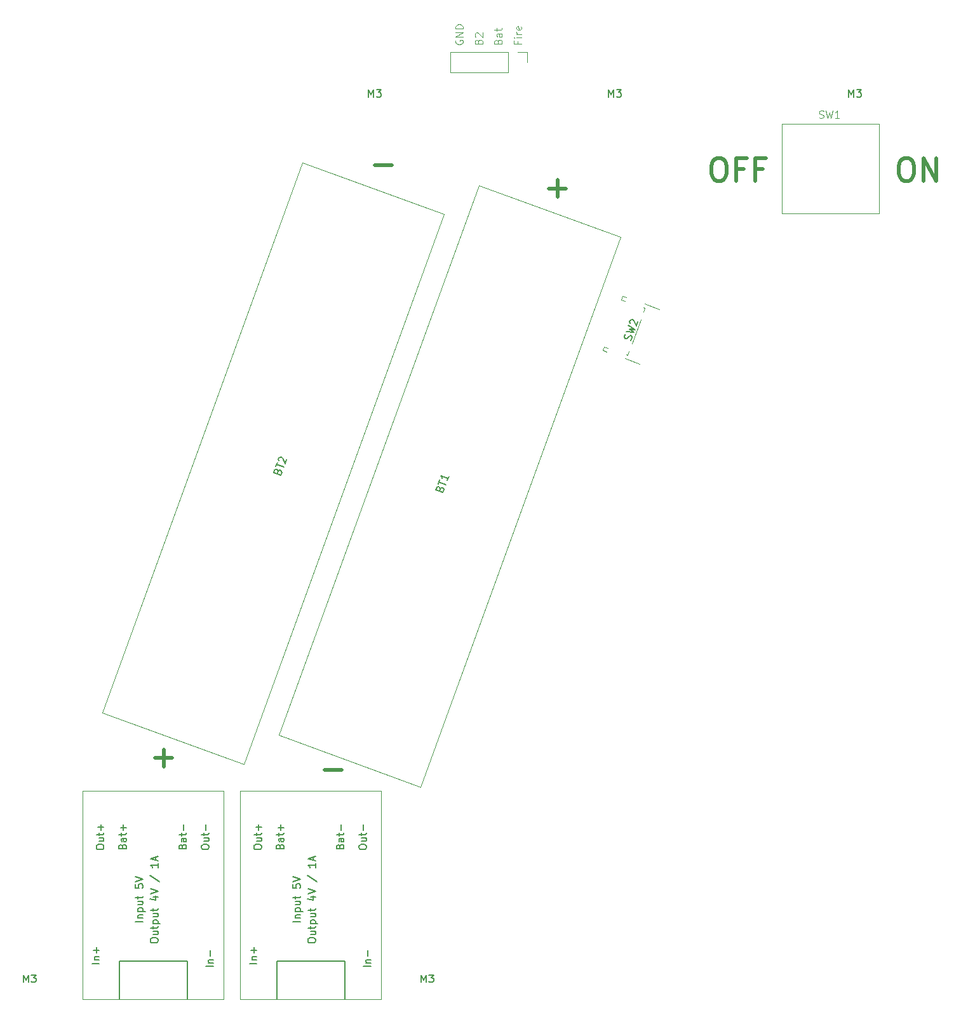
<source format=gbr>
%TF.GenerationSoftware,KiCad,Pcbnew,8.0.3*%
%TF.CreationDate,2025-04-21T22:29:52+02:00*%
%TF.ProjectId,Grip,47726970-2e6b-4696-9361-645f70636258,rev?*%
%TF.SameCoordinates,Original*%
%TF.FileFunction,Legend,Top*%
%TF.FilePolarity,Positive*%
%FSLAX46Y46*%
G04 Gerber Fmt 4.6, Leading zero omitted, Abs format (unit mm)*
G04 Created by KiCad (PCBNEW 8.0.3) date 2025-04-21 22:29:52*
%MOMM*%
%LPD*%
G01*
G04 APERTURE LIST*
%ADD10C,0.100000*%
%ADD11C,0.500000*%
%ADD12C,0.150000*%
%ADD13C,0.120000*%
G04 APERTURE END LIST*
D10*
X120448609Y-34262782D02*
X120496228Y-34119925D01*
X120496228Y-34119925D02*
X120543847Y-34072306D01*
X120543847Y-34072306D02*
X120639085Y-34024687D01*
X120639085Y-34024687D02*
X120781942Y-34024687D01*
X120781942Y-34024687D02*
X120877180Y-34072306D01*
X120877180Y-34072306D02*
X120924800Y-34119925D01*
X120924800Y-34119925D02*
X120972419Y-34215163D01*
X120972419Y-34215163D02*
X120972419Y-34596115D01*
X120972419Y-34596115D02*
X119972419Y-34596115D01*
X119972419Y-34596115D02*
X119972419Y-34262782D01*
X119972419Y-34262782D02*
X120020038Y-34167544D01*
X120020038Y-34167544D02*
X120067657Y-34119925D01*
X120067657Y-34119925D02*
X120162895Y-34072306D01*
X120162895Y-34072306D02*
X120258133Y-34072306D01*
X120258133Y-34072306D02*
X120353371Y-34119925D01*
X120353371Y-34119925D02*
X120400990Y-34167544D01*
X120400990Y-34167544D02*
X120448609Y-34262782D01*
X120448609Y-34262782D02*
X120448609Y-34596115D01*
X120972419Y-33167544D02*
X120448609Y-33167544D01*
X120448609Y-33167544D02*
X120353371Y-33215163D01*
X120353371Y-33215163D02*
X120305752Y-33310401D01*
X120305752Y-33310401D02*
X120305752Y-33500877D01*
X120305752Y-33500877D02*
X120353371Y-33596115D01*
X120924800Y-33167544D02*
X120972419Y-33262782D01*
X120972419Y-33262782D02*
X120972419Y-33500877D01*
X120972419Y-33500877D02*
X120924800Y-33596115D01*
X120924800Y-33596115D02*
X120829561Y-33643734D01*
X120829561Y-33643734D02*
X120734323Y-33643734D01*
X120734323Y-33643734D02*
X120639085Y-33596115D01*
X120639085Y-33596115D02*
X120591466Y-33500877D01*
X120591466Y-33500877D02*
X120591466Y-33262782D01*
X120591466Y-33262782D02*
X120543847Y-33167544D01*
X120305752Y-32834210D02*
X120305752Y-32453258D01*
X119972419Y-32691353D02*
X120829561Y-32691353D01*
X120829561Y-32691353D02*
X120924800Y-32643734D01*
X120924800Y-32643734D02*
X120972419Y-32548496D01*
X120972419Y-32548496D02*
X120972419Y-32453258D01*
X117848609Y-34262782D02*
X117896228Y-34119925D01*
X117896228Y-34119925D02*
X117943847Y-34072306D01*
X117943847Y-34072306D02*
X118039085Y-34024687D01*
X118039085Y-34024687D02*
X118181942Y-34024687D01*
X118181942Y-34024687D02*
X118277180Y-34072306D01*
X118277180Y-34072306D02*
X118324800Y-34119925D01*
X118324800Y-34119925D02*
X118372419Y-34215163D01*
X118372419Y-34215163D02*
X118372419Y-34596115D01*
X118372419Y-34596115D02*
X117372419Y-34596115D01*
X117372419Y-34596115D02*
X117372419Y-34262782D01*
X117372419Y-34262782D02*
X117420038Y-34167544D01*
X117420038Y-34167544D02*
X117467657Y-34119925D01*
X117467657Y-34119925D02*
X117562895Y-34072306D01*
X117562895Y-34072306D02*
X117658133Y-34072306D01*
X117658133Y-34072306D02*
X117753371Y-34119925D01*
X117753371Y-34119925D02*
X117800990Y-34167544D01*
X117800990Y-34167544D02*
X117848609Y-34262782D01*
X117848609Y-34262782D02*
X117848609Y-34596115D01*
X117467657Y-33643734D02*
X117420038Y-33596115D01*
X117420038Y-33596115D02*
X117372419Y-33500877D01*
X117372419Y-33500877D02*
X117372419Y-33262782D01*
X117372419Y-33262782D02*
X117420038Y-33167544D01*
X117420038Y-33167544D02*
X117467657Y-33119925D01*
X117467657Y-33119925D02*
X117562895Y-33072306D01*
X117562895Y-33072306D02*
X117658133Y-33072306D01*
X117658133Y-33072306D02*
X117800990Y-33119925D01*
X117800990Y-33119925D02*
X118372419Y-33691353D01*
X118372419Y-33691353D02*
X118372419Y-33072306D01*
X123048609Y-34262782D02*
X123048609Y-34596115D01*
X123572419Y-34596115D02*
X122572419Y-34596115D01*
X122572419Y-34596115D02*
X122572419Y-34119925D01*
X123572419Y-33738972D02*
X122905752Y-33738972D01*
X122572419Y-33738972D02*
X122620038Y-33786591D01*
X122620038Y-33786591D02*
X122667657Y-33738972D01*
X122667657Y-33738972D02*
X122620038Y-33691353D01*
X122620038Y-33691353D02*
X122572419Y-33738972D01*
X122572419Y-33738972D02*
X122667657Y-33738972D01*
X123572419Y-33262782D02*
X122905752Y-33262782D01*
X123096228Y-33262782D02*
X123000990Y-33215163D01*
X123000990Y-33215163D02*
X122953371Y-33167544D01*
X122953371Y-33167544D02*
X122905752Y-33072306D01*
X122905752Y-33072306D02*
X122905752Y-32977068D01*
X123524800Y-32262782D02*
X123572419Y-32358020D01*
X123572419Y-32358020D02*
X123572419Y-32548496D01*
X123572419Y-32548496D02*
X123524800Y-32643734D01*
X123524800Y-32643734D02*
X123429561Y-32691353D01*
X123429561Y-32691353D02*
X123048609Y-32691353D01*
X123048609Y-32691353D02*
X122953371Y-32643734D01*
X122953371Y-32643734D02*
X122905752Y-32548496D01*
X122905752Y-32548496D02*
X122905752Y-32358020D01*
X122905752Y-32358020D02*
X122953371Y-32262782D01*
X122953371Y-32262782D02*
X123048609Y-32215163D01*
X123048609Y-32215163D02*
X123143847Y-32215163D01*
X123143847Y-32215163D02*
X123239085Y-32691353D01*
X114820038Y-34072306D02*
X114772419Y-34167544D01*
X114772419Y-34167544D02*
X114772419Y-34310401D01*
X114772419Y-34310401D02*
X114820038Y-34453258D01*
X114820038Y-34453258D02*
X114915276Y-34548496D01*
X114915276Y-34548496D02*
X115010514Y-34596115D01*
X115010514Y-34596115D02*
X115200990Y-34643734D01*
X115200990Y-34643734D02*
X115343847Y-34643734D01*
X115343847Y-34643734D02*
X115534323Y-34596115D01*
X115534323Y-34596115D02*
X115629561Y-34548496D01*
X115629561Y-34548496D02*
X115724800Y-34453258D01*
X115724800Y-34453258D02*
X115772419Y-34310401D01*
X115772419Y-34310401D02*
X115772419Y-34215163D01*
X115772419Y-34215163D02*
X115724800Y-34072306D01*
X115724800Y-34072306D02*
X115677180Y-34024687D01*
X115677180Y-34024687D02*
X115343847Y-34024687D01*
X115343847Y-34024687D02*
X115343847Y-34215163D01*
X115772419Y-33596115D02*
X114772419Y-33596115D01*
X114772419Y-33596115D02*
X115772419Y-33024687D01*
X115772419Y-33024687D02*
X114772419Y-33024687D01*
X115772419Y-32548496D02*
X114772419Y-32548496D01*
X114772419Y-32548496D02*
X114772419Y-32310401D01*
X114772419Y-32310401D02*
X114820038Y-32167544D01*
X114820038Y-32167544D02*
X114915276Y-32072306D01*
X114915276Y-32072306D02*
X115010514Y-32024687D01*
X115010514Y-32024687D02*
X115200990Y-31977068D01*
X115200990Y-31977068D02*
X115343847Y-31977068D01*
X115343847Y-31977068D02*
X115534323Y-32024687D01*
X115534323Y-32024687D02*
X115629561Y-32072306D01*
X115629561Y-32072306D02*
X115724800Y-32167544D01*
X115724800Y-32167544D02*
X115772419Y-32310401D01*
X115772419Y-32310401D02*
X115772419Y-32548496D01*
D11*
X97343232Y-131364000D02*
X99628947Y-131364000D01*
X74743232Y-129764000D02*
X77028947Y-129764000D01*
X75886089Y-130906857D02*
X75886089Y-128621142D01*
X127243232Y-53864000D02*
X129528947Y-53864000D01*
X128386089Y-55006857D02*
X128386089Y-52721142D01*
X104043232Y-50764000D02*
X106328947Y-50764000D01*
X149614661Y-49806857D02*
X150186089Y-49806857D01*
X150186089Y-49806857D02*
X150471804Y-49949714D01*
X150471804Y-49949714D02*
X150757518Y-50235428D01*
X150757518Y-50235428D02*
X150900375Y-50806857D01*
X150900375Y-50806857D02*
X150900375Y-51806857D01*
X150900375Y-51806857D02*
X150757518Y-52378285D01*
X150757518Y-52378285D02*
X150471804Y-52664000D01*
X150471804Y-52664000D02*
X150186089Y-52806857D01*
X150186089Y-52806857D02*
X149614661Y-52806857D01*
X149614661Y-52806857D02*
X149328947Y-52664000D01*
X149328947Y-52664000D02*
X149043232Y-52378285D01*
X149043232Y-52378285D02*
X148900375Y-51806857D01*
X148900375Y-51806857D02*
X148900375Y-50806857D01*
X148900375Y-50806857D02*
X149043232Y-50235428D01*
X149043232Y-50235428D02*
X149328947Y-49949714D01*
X149328947Y-49949714D02*
X149614661Y-49806857D01*
X153186089Y-51235428D02*
X152186089Y-51235428D01*
X152186089Y-52806857D02*
X152186089Y-49806857D01*
X152186089Y-49806857D02*
X153614661Y-49806857D01*
X155757518Y-51235428D02*
X154757518Y-51235428D01*
X154757518Y-52806857D02*
X154757518Y-49806857D01*
X154757518Y-49806857D02*
X156186090Y-49806857D01*
X174614661Y-49806857D02*
X175186089Y-49806857D01*
X175186089Y-49806857D02*
X175471804Y-49949714D01*
X175471804Y-49949714D02*
X175757518Y-50235428D01*
X175757518Y-50235428D02*
X175900375Y-50806857D01*
X175900375Y-50806857D02*
X175900375Y-51806857D01*
X175900375Y-51806857D02*
X175757518Y-52378285D01*
X175757518Y-52378285D02*
X175471804Y-52664000D01*
X175471804Y-52664000D02*
X175186089Y-52806857D01*
X175186089Y-52806857D02*
X174614661Y-52806857D01*
X174614661Y-52806857D02*
X174328947Y-52664000D01*
X174328947Y-52664000D02*
X174043232Y-52378285D01*
X174043232Y-52378285D02*
X173900375Y-51806857D01*
X173900375Y-51806857D02*
X173900375Y-50806857D01*
X173900375Y-50806857D02*
X174043232Y-50235428D01*
X174043232Y-50235428D02*
X174328947Y-49949714D01*
X174328947Y-49949714D02*
X174614661Y-49806857D01*
X177186089Y-52806857D02*
X177186089Y-49806857D01*
X177186089Y-49806857D02*
X178900375Y-52806857D01*
X178900375Y-52806857D02*
X178900375Y-49806857D01*
D12*
X112726747Y-93872718D02*
X112820355Y-93754763D01*
X112820355Y-93754763D02*
X112881389Y-93726303D01*
X112881389Y-93726303D02*
X112987170Y-93714129D01*
X112987170Y-93714129D02*
X113121412Y-93762989D01*
X113121412Y-93762989D02*
X113194620Y-93840309D01*
X113194620Y-93840309D02*
X113223080Y-93901343D01*
X113223080Y-93901343D02*
X113235254Y-94007125D01*
X113235254Y-94007125D02*
X113104961Y-94365103D01*
X113104961Y-94365103D02*
X112165268Y-94023083D01*
X112165268Y-94023083D02*
X112279275Y-93709852D01*
X112279275Y-93709852D02*
X112356595Y-93636644D01*
X112356595Y-93636644D02*
X112417629Y-93608183D01*
X112417629Y-93608183D02*
X112523411Y-93596009D01*
X112523411Y-93596009D02*
X112612905Y-93628583D01*
X112612905Y-93628583D02*
X112686113Y-93705903D01*
X112686113Y-93705903D02*
X112714574Y-93766937D01*
X112714574Y-93766937D02*
X112726747Y-93872718D01*
X112726747Y-93872718D02*
X112612741Y-94185949D01*
X112458428Y-93217632D02*
X112653868Y-92680665D01*
X113495841Y-93291168D02*
X112556148Y-92949148D01*
X113886721Y-92217234D02*
X113691281Y-92754201D01*
X113789001Y-92485717D02*
X112849308Y-92143697D01*
X112849308Y-92143697D02*
X112950977Y-92282052D01*
X112950977Y-92282052D02*
X113007898Y-92404120D01*
X113007898Y-92404120D02*
X113020072Y-92509901D01*
D10*
X163266667Y-44409800D02*
X163409524Y-44457419D01*
X163409524Y-44457419D02*
X163647619Y-44457419D01*
X163647619Y-44457419D02*
X163742857Y-44409800D01*
X163742857Y-44409800D02*
X163790476Y-44362180D01*
X163790476Y-44362180D02*
X163838095Y-44266942D01*
X163838095Y-44266942D02*
X163838095Y-44171704D01*
X163838095Y-44171704D02*
X163790476Y-44076466D01*
X163790476Y-44076466D02*
X163742857Y-44028847D01*
X163742857Y-44028847D02*
X163647619Y-43981228D01*
X163647619Y-43981228D02*
X163457143Y-43933609D01*
X163457143Y-43933609D02*
X163361905Y-43885990D01*
X163361905Y-43885990D02*
X163314286Y-43838371D01*
X163314286Y-43838371D02*
X163266667Y-43743133D01*
X163266667Y-43743133D02*
X163266667Y-43647895D01*
X163266667Y-43647895D02*
X163314286Y-43552657D01*
X163314286Y-43552657D02*
X163361905Y-43505038D01*
X163361905Y-43505038D02*
X163457143Y-43457419D01*
X163457143Y-43457419D02*
X163695238Y-43457419D01*
X163695238Y-43457419D02*
X163838095Y-43505038D01*
X164171429Y-43457419D02*
X164409524Y-44457419D01*
X164409524Y-44457419D02*
X164600000Y-43743133D01*
X164600000Y-43743133D02*
X164790476Y-44457419D01*
X164790476Y-44457419D02*
X165028572Y-43457419D01*
X165933333Y-44457419D02*
X165361905Y-44457419D01*
X165647619Y-44457419D02*
X165647619Y-43457419D01*
X165647619Y-43457419D02*
X165552381Y-43600276D01*
X165552381Y-43600276D02*
X165457143Y-43695514D01*
X165457143Y-43695514D02*
X165361905Y-43743133D01*
D12*
X138131729Y-74076266D02*
X138225336Y-73958311D01*
X138225336Y-73958311D02*
X138306769Y-73734575D01*
X138306769Y-73734575D02*
X138294595Y-73628793D01*
X138294595Y-73628793D02*
X138266135Y-73567759D01*
X138266135Y-73567759D02*
X138192927Y-73490439D01*
X138192927Y-73490439D02*
X138103432Y-73457866D01*
X138103432Y-73457866D02*
X137997651Y-73470039D01*
X137997651Y-73470039D02*
X137936617Y-73498500D01*
X137936617Y-73498500D02*
X137859297Y-73571708D01*
X137859297Y-73571708D02*
X137749403Y-73734410D01*
X137749403Y-73734410D02*
X137672082Y-73807618D01*
X137672082Y-73807618D02*
X137611048Y-73836079D01*
X137611048Y-73836079D02*
X137505267Y-73848253D01*
X137505267Y-73848253D02*
X137415772Y-73815679D01*
X137415772Y-73815679D02*
X137342565Y-73738359D01*
X137342565Y-73738359D02*
X137314104Y-73677325D01*
X137314104Y-73677325D02*
X137301930Y-73571544D01*
X137301930Y-73571544D02*
X137383363Y-73347807D01*
X137383363Y-73347807D02*
X137476971Y-73229852D01*
X137546230Y-72900335D02*
X138567356Y-73018618D01*
X138567356Y-73018618D02*
X137961294Y-72595329D01*
X137961294Y-72595329D02*
X138697649Y-72660640D01*
X138697649Y-72660640D02*
X137839390Y-72094884D01*
X138042891Y-71814226D02*
X138014431Y-71753192D01*
X138014431Y-71753192D02*
X138002257Y-71647411D01*
X138002257Y-71647411D02*
X138083690Y-71423675D01*
X138083690Y-71423675D02*
X138161011Y-71350467D01*
X138161011Y-71350467D02*
X138222045Y-71322006D01*
X138222045Y-71322006D02*
X138327826Y-71309832D01*
X138327826Y-71309832D02*
X138417321Y-71342406D01*
X138417321Y-71342406D02*
X138535276Y-71436013D01*
X138535276Y-71436013D02*
X138876803Y-72168420D01*
X138876803Y-72168420D02*
X139088530Y-71586706D01*
X57190476Y-159654819D02*
X57190476Y-158654819D01*
X57190476Y-158654819D02*
X57523809Y-159369104D01*
X57523809Y-159369104D02*
X57857142Y-158654819D01*
X57857142Y-158654819D02*
X57857142Y-159654819D01*
X58238095Y-158654819D02*
X58857142Y-158654819D01*
X58857142Y-158654819D02*
X58523809Y-159035771D01*
X58523809Y-159035771D02*
X58666666Y-159035771D01*
X58666666Y-159035771D02*
X58761904Y-159083390D01*
X58761904Y-159083390D02*
X58809523Y-159131009D01*
X58809523Y-159131009D02*
X58857142Y-159226247D01*
X58857142Y-159226247D02*
X58857142Y-159464342D01*
X58857142Y-159464342D02*
X58809523Y-159559580D01*
X58809523Y-159559580D02*
X58761904Y-159607200D01*
X58761904Y-159607200D02*
X58666666Y-159654819D01*
X58666666Y-159654819D02*
X58380952Y-159654819D01*
X58380952Y-159654819D02*
X58285714Y-159607200D01*
X58285714Y-159607200D02*
X58238095Y-159559580D01*
X167190476Y-41654819D02*
X167190476Y-40654819D01*
X167190476Y-40654819D02*
X167523809Y-41369104D01*
X167523809Y-41369104D02*
X167857142Y-40654819D01*
X167857142Y-40654819D02*
X167857142Y-41654819D01*
X168238095Y-40654819D02*
X168857142Y-40654819D01*
X168857142Y-40654819D02*
X168523809Y-41035771D01*
X168523809Y-41035771D02*
X168666666Y-41035771D01*
X168666666Y-41035771D02*
X168761904Y-41083390D01*
X168761904Y-41083390D02*
X168809523Y-41131009D01*
X168809523Y-41131009D02*
X168857142Y-41226247D01*
X168857142Y-41226247D02*
X168857142Y-41464342D01*
X168857142Y-41464342D02*
X168809523Y-41559580D01*
X168809523Y-41559580D02*
X168761904Y-41607200D01*
X168761904Y-41607200D02*
X168666666Y-41654819D01*
X168666666Y-41654819D02*
X168380952Y-41654819D01*
X168380952Y-41654819D02*
X168285714Y-41607200D01*
X168285714Y-41607200D02*
X168238095Y-41559580D01*
X91106132Y-91556750D02*
X91199740Y-91438795D01*
X91199740Y-91438795D02*
X91260774Y-91410335D01*
X91260774Y-91410335D02*
X91366555Y-91398161D01*
X91366555Y-91398161D02*
X91500797Y-91447021D01*
X91500797Y-91447021D02*
X91574005Y-91524341D01*
X91574005Y-91524341D02*
X91602465Y-91585375D01*
X91602465Y-91585375D02*
X91614639Y-91691157D01*
X91614639Y-91691157D02*
X91484346Y-92049135D01*
X91484346Y-92049135D02*
X90544653Y-91707115D01*
X90544653Y-91707115D02*
X90658660Y-91393884D01*
X90658660Y-91393884D02*
X90735980Y-91320676D01*
X90735980Y-91320676D02*
X90797014Y-91292215D01*
X90797014Y-91292215D02*
X90902796Y-91280041D01*
X90902796Y-91280041D02*
X90992290Y-91312615D01*
X90992290Y-91312615D02*
X91065498Y-91389935D01*
X91065498Y-91389935D02*
X91093959Y-91450969D01*
X91093959Y-91450969D02*
X91106132Y-91556750D01*
X91106132Y-91556750D02*
X90992126Y-91869981D01*
X90837813Y-90901664D02*
X91033253Y-90364697D01*
X91875226Y-90975200D02*
X90935533Y-90633180D01*
X91220468Y-90128786D02*
X91192007Y-90067752D01*
X91192007Y-90067752D02*
X91179833Y-89961971D01*
X91179833Y-89961971D02*
X91261267Y-89738235D01*
X91261267Y-89738235D02*
X91338587Y-89665027D01*
X91338587Y-89665027D02*
X91399621Y-89636566D01*
X91399621Y-89636566D02*
X91505403Y-89624392D01*
X91505403Y-89624392D02*
X91594897Y-89656966D01*
X91594897Y-89656966D02*
X91712852Y-89750573D01*
X91712852Y-89750573D02*
X92054379Y-90482980D01*
X92054379Y-90482980D02*
X92266106Y-89901266D01*
X103190476Y-41654819D02*
X103190476Y-40654819D01*
X103190476Y-40654819D02*
X103523809Y-41369104D01*
X103523809Y-41369104D02*
X103857142Y-40654819D01*
X103857142Y-40654819D02*
X103857142Y-41654819D01*
X104238095Y-40654819D02*
X104857142Y-40654819D01*
X104857142Y-40654819D02*
X104523809Y-41035771D01*
X104523809Y-41035771D02*
X104666666Y-41035771D01*
X104666666Y-41035771D02*
X104761904Y-41083390D01*
X104761904Y-41083390D02*
X104809523Y-41131009D01*
X104809523Y-41131009D02*
X104857142Y-41226247D01*
X104857142Y-41226247D02*
X104857142Y-41464342D01*
X104857142Y-41464342D02*
X104809523Y-41559580D01*
X104809523Y-41559580D02*
X104761904Y-41607200D01*
X104761904Y-41607200D02*
X104666666Y-41654819D01*
X104666666Y-41654819D02*
X104380952Y-41654819D01*
X104380952Y-41654819D02*
X104285714Y-41607200D01*
X104285714Y-41607200D02*
X104238095Y-41559580D01*
X110190476Y-159654819D02*
X110190476Y-158654819D01*
X110190476Y-158654819D02*
X110523809Y-159369104D01*
X110523809Y-159369104D02*
X110857142Y-158654819D01*
X110857142Y-158654819D02*
X110857142Y-159654819D01*
X111238095Y-158654819D02*
X111857142Y-158654819D01*
X111857142Y-158654819D02*
X111523809Y-159035771D01*
X111523809Y-159035771D02*
X111666666Y-159035771D01*
X111666666Y-159035771D02*
X111761904Y-159083390D01*
X111761904Y-159083390D02*
X111809523Y-159131009D01*
X111809523Y-159131009D02*
X111857142Y-159226247D01*
X111857142Y-159226247D02*
X111857142Y-159464342D01*
X111857142Y-159464342D02*
X111809523Y-159559580D01*
X111809523Y-159559580D02*
X111761904Y-159607200D01*
X111761904Y-159607200D02*
X111666666Y-159654819D01*
X111666666Y-159654819D02*
X111380952Y-159654819D01*
X111380952Y-159654819D02*
X111285714Y-159607200D01*
X111285714Y-159607200D02*
X111238095Y-159559580D01*
X78381009Y-141535714D02*
X78428628Y-141392857D01*
X78428628Y-141392857D02*
X78476247Y-141345238D01*
X78476247Y-141345238D02*
X78571485Y-141297619D01*
X78571485Y-141297619D02*
X78714342Y-141297619D01*
X78714342Y-141297619D02*
X78809580Y-141345238D01*
X78809580Y-141345238D02*
X78857200Y-141392857D01*
X78857200Y-141392857D02*
X78904819Y-141488095D01*
X78904819Y-141488095D02*
X78904819Y-141869047D01*
X78904819Y-141869047D02*
X77904819Y-141869047D01*
X77904819Y-141869047D02*
X77904819Y-141535714D01*
X77904819Y-141535714D02*
X77952438Y-141440476D01*
X77952438Y-141440476D02*
X78000057Y-141392857D01*
X78000057Y-141392857D02*
X78095295Y-141345238D01*
X78095295Y-141345238D02*
X78190533Y-141345238D01*
X78190533Y-141345238D02*
X78285771Y-141392857D01*
X78285771Y-141392857D02*
X78333390Y-141440476D01*
X78333390Y-141440476D02*
X78381009Y-141535714D01*
X78381009Y-141535714D02*
X78381009Y-141869047D01*
X78904819Y-140440476D02*
X78381009Y-140440476D01*
X78381009Y-140440476D02*
X78285771Y-140488095D01*
X78285771Y-140488095D02*
X78238152Y-140583333D01*
X78238152Y-140583333D02*
X78238152Y-140773809D01*
X78238152Y-140773809D02*
X78285771Y-140869047D01*
X78857200Y-140440476D02*
X78904819Y-140535714D01*
X78904819Y-140535714D02*
X78904819Y-140773809D01*
X78904819Y-140773809D02*
X78857200Y-140869047D01*
X78857200Y-140869047D02*
X78761961Y-140916666D01*
X78761961Y-140916666D02*
X78666723Y-140916666D01*
X78666723Y-140916666D02*
X78571485Y-140869047D01*
X78571485Y-140869047D02*
X78523866Y-140773809D01*
X78523866Y-140773809D02*
X78523866Y-140535714D01*
X78523866Y-140535714D02*
X78476247Y-140440476D01*
X78238152Y-140107142D02*
X78238152Y-139726190D01*
X77904819Y-139964285D02*
X78761961Y-139964285D01*
X78761961Y-139964285D02*
X78857200Y-139916666D01*
X78857200Y-139916666D02*
X78904819Y-139821428D01*
X78904819Y-139821428D02*
X78904819Y-139726190D01*
X78523866Y-139392856D02*
X78523866Y-138630952D01*
X74104819Y-154150000D02*
X74104819Y-153959524D01*
X74104819Y-153959524D02*
X74152438Y-153864286D01*
X74152438Y-153864286D02*
X74247676Y-153769048D01*
X74247676Y-153769048D02*
X74438152Y-153721429D01*
X74438152Y-153721429D02*
X74771485Y-153721429D01*
X74771485Y-153721429D02*
X74961961Y-153769048D01*
X74961961Y-153769048D02*
X75057200Y-153864286D01*
X75057200Y-153864286D02*
X75104819Y-153959524D01*
X75104819Y-153959524D02*
X75104819Y-154150000D01*
X75104819Y-154150000D02*
X75057200Y-154245238D01*
X75057200Y-154245238D02*
X74961961Y-154340476D01*
X74961961Y-154340476D02*
X74771485Y-154388095D01*
X74771485Y-154388095D02*
X74438152Y-154388095D01*
X74438152Y-154388095D02*
X74247676Y-154340476D01*
X74247676Y-154340476D02*
X74152438Y-154245238D01*
X74152438Y-154245238D02*
X74104819Y-154150000D01*
X74438152Y-152864286D02*
X75104819Y-152864286D01*
X74438152Y-153292857D02*
X74961961Y-153292857D01*
X74961961Y-153292857D02*
X75057200Y-153245238D01*
X75057200Y-153245238D02*
X75104819Y-153150000D01*
X75104819Y-153150000D02*
X75104819Y-153007143D01*
X75104819Y-153007143D02*
X75057200Y-152911905D01*
X75057200Y-152911905D02*
X75009580Y-152864286D01*
X74438152Y-152530952D02*
X74438152Y-152150000D01*
X74104819Y-152388095D02*
X74961961Y-152388095D01*
X74961961Y-152388095D02*
X75057200Y-152340476D01*
X75057200Y-152340476D02*
X75104819Y-152245238D01*
X75104819Y-152245238D02*
X75104819Y-152150000D01*
X74438152Y-151816666D02*
X75438152Y-151816666D01*
X74485771Y-151816666D02*
X74438152Y-151721428D01*
X74438152Y-151721428D02*
X74438152Y-151530952D01*
X74438152Y-151530952D02*
X74485771Y-151435714D01*
X74485771Y-151435714D02*
X74533390Y-151388095D01*
X74533390Y-151388095D02*
X74628628Y-151340476D01*
X74628628Y-151340476D02*
X74914342Y-151340476D01*
X74914342Y-151340476D02*
X75009580Y-151388095D01*
X75009580Y-151388095D02*
X75057200Y-151435714D01*
X75057200Y-151435714D02*
X75104819Y-151530952D01*
X75104819Y-151530952D02*
X75104819Y-151721428D01*
X75104819Y-151721428D02*
X75057200Y-151816666D01*
X74438152Y-150483333D02*
X75104819Y-150483333D01*
X74438152Y-150911904D02*
X74961961Y-150911904D01*
X74961961Y-150911904D02*
X75057200Y-150864285D01*
X75057200Y-150864285D02*
X75104819Y-150769047D01*
X75104819Y-150769047D02*
X75104819Y-150626190D01*
X75104819Y-150626190D02*
X75057200Y-150530952D01*
X75057200Y-150530952D02*
X75009580Y-150483333D01*
X74438152Y-150149999D02*
X74438152Y-149769047D01*
X74104819Y-150007142D02*
X74961961Y-150007142D01*
X74961961Y-150007142D02*
X75057200Y-149959523D01*
X75057200Y-149959523D02*
X75104819Y-149864285D01*
X75104819Y-149864285D02*
X75104819Y-149769047D01*
X74438152Y-148245237D02*
X75104819Y-148245237D01*
X74057200Y-148483332D02*
X74771485Y-148721427D01*
X74771485Y-148721427D02*
X74771485Y-148102380D01*
X74104819Y-147864284D02*
X75104819Y-147530951D01*
X75104819Y-147530951D02*
X74104819Y-147197618D01*
X74057200Y-145388094D02*
X75342914Y-146245236D01*
X75104819Y-143769046D02*
X75104819Y-144340474D01*
X75104819Y-144054760D02*
X74104819Y-144054760D01*
X74104819Y-144054760D02*
X74247676Y-144149998D01*
X74247676Y-144149998D02*
X74342914Y-144245236D01*
X74342914Y-144245236D02*
X74390533Y-144340474D01*
X74819104Y-143388093D02*
X74819104Y-142911903D01*
X75104819Y-143483331D02*
X74104819Y-143149998D01*
X74104819Y-143149998D02*
X75104819Y-142816665D01*
X82504819Y-157521427D02*
X81504819Y-157521427D01*
X81838152Y-157045237D02*
X82504819Y-157045237D01*
X81933390Y-157045237D02*
X81885771Y-156997618D01*
X81885771Y-156997618D02*
X81838152Y-156902380D01*
X81838152Y-156902380D02*
X81838152Y-156759523D01*
X81838152Y-156759523D02*
X81885771Y-156664285D01*
X81885771Y-156664285D02*
X81981009Y-156616666D01*
X81981009Y-156616666D02*
X82504819Y-156616666D01*
X82123866Y-156140475D02*
X82123866Y-155378571D01*
X80904819Y-141702380D02*
X80904819Y-141511904D01*
X80904819Y-141511904D02*
X80952438Y-141416666D01*
X80952438Y-141416666D02*
X81047676Y-141321428D01*
X81047676Y-141321428D02*
X81238152Y-141273809D01*
X81238152Y-141273809D02*
X81571485Y-141273809D01*
X81571485Y-141273809D02*
X81761961Y-141321428D01*
X81761961Y-141321428D02*
X81857200Y-141416666D01*
X81857200Y-141416666D02*
X81904819Y-141511904D01*
X81904819Y-141511904D02*
X81904819Y-141702380D01*
X81904819Y-141702380D02*
X81857200Y-141797618D01*
X81857200Y-141797618D02*
X81761961Y-141892856D01*
X81761961Y-141892856D02*
X81571485Y-141940475D01*
X81571485Y-141940475D02*
X81238152Y-141940475D01*
X81238152Y-141940475D02*
X81047676Y-141892856D01*
X81047676Y-141892856D02*
X80952438Y-141797618D01*
X80952438Y-141797618D02*
X80904819Y-141702380D01*
X81238152Y-140416666D02*
X81904819Y-140416666D01*
X81238152Y-140845237D02*
X81761961Y-140845237D01*
X81761961Y-140845237D02*
X81857200Y-140797618D01*
X81857200Y-140797618D02*
X81904819Y-140702380D01*
X81904819Y-140702380D02*
X81904819Y-140559523D01*
X81904819Y-140559523D02*
X81857200Y-140464285D01*
X81857200Y-140464285D02*
X81809580Y-140416666D01*
X81238152Y-140083332D02*
X81238152Y-139702380D01*
X80904819Y-139940475D02*
X81761961Y-139940475D01*
X81761961Y-139940475D02*
X81857200Y-139892856D01*
X81857200Y-139892856D02*
X81904819Y-139797618D01*
X81904819Y-139797618D02*
X81904819Y-139702380D01*
X81523866Y-139369046D02*
X81523866Y-138607142D01*
X67304819Y-157121427D02*
X66304819Y-157121427D01*
X66638152Y-156645237D02*
X67304819Y-156645237D01*
X66733390Y-156645237D02*
X66685771Y-156597618D01*
X66685771Y-156597618D02*
X66638152Y-156502380D01*
X66638152Y-156502380D02*
X66638152Y-156359523D01*
X66638152Y-156359523D02*
X66685771Y-156264285D01*
X66685771Y-156264285D02*
X66781009Y-156216666D01*
X66781009Y-156216666D02*
X67304819Y-156216666D01*
X66923866Y-155740475D02*
X66923866Y-154978571D01*
X67304819Y-155359523D02*
X66542914Y-155359523D01*
X70381009Y-141535714D02*
X70428628Y-141392857D01*
X70428628Y-141392857D02*
X70476247Y-141345238D01*
X70476247Y-141345238D02*
X70571485Y-141297619D01*
X70571485Y-141297619D02*
X70714342Y-141297619D01*
X70714342Y-141297619D02*
X70809580Y-141345238D01*
X70809580Y-141345238D02*
X70857200Y-141392857D01*
X70857200Y-141392857D02*
X70904819Y-141488095D01*
X70904819Y-141488095D02*
X70904819Y-141869047D01*
X70904819Y-141869047D02*
X69904819Y-141869047D01*
X69904819Y-141869047D02*
X69904819Y-141535714D01*
X69904819Y-141535714D02*
X69952438Y-141440476D01*
X69952438Y-141440476D02*
X70000057Y-141392857D01*
X70000057Y-141392857D02*
X70095295Y-141345238D01*
X70095295Y-141345238D02*
X70190533Y-141345238D01*
X70190533Y-141345238D02*
X70285771Y-141392857D01*
X70285771Y-141392857D02*
X70333390Y-141440476D01*
X70333390Y-141440476D02*
X70381009Y-141535714D01*
X70381009Y-141535714D02*
X70381009Y-141869047D01*
X70904819Y-140440476D02*
X70381009Y-140440476D01*
X70381009Y-140440476D02*
X70285771Y-140488095D01*
X70285771Y-140488095D02*
X70238152Y-140583333D01*
X70238152Y-140583333D02*
X70238152Y-140773809D01*
X70238152Y-140773809D02*
X70285771Y-140869047D01*
X70857200Y-140440476D02*
X70904819Y-140535714D01*
X70904819Y-140535714D02*
X70904819Y-140773809D01*
X70904819Y-140773809D02*
X70857200Y-140869047D01*
X70857200Y-140869047D02*
X70761961Y-140916666D01*
X70761961Y-140916666D02*
X70666723Y-140916666D01*
X70666723Y-140916666D02*
X70571485Y-140869047D01*
X70571485Y-140869047D02*
X70523866Y-140773809D01*
X70523866Y-140773809D02*
X70523866Y-140535714D01*
X70523866Y-140535714D02*
X70476247Y-140440476D01*
X70238152Y-140107142D02*
X70238152Y-139726190D01*
X69904819Y-139964285D02*
X70761961Y-139964285D01*
X70761961Y-139964285D02*
X70857200Y-139916666D01*
X70857200Y-139916666D02*
X70904819Y-139821428D01*
X70904819Y-139821428D02*
X70904819Y-139726190D01*
X70523866Y-139392856D02*
X70523866Y-138630952D01*
X70904819Y-139011904D02*
X70142914Y-139011904D01*
X66904819Y-141702380D02*
X66904819Y-141511904D01*
X66904819Y-141511904D02*
X66952438Y-141416666D01*
X66952438Y-141416666D02*
X67047676Y-141321428D01*
X67047676Y-141321428D02*
X67238152Y-141273809D01*
X67238152Y-141273809D02*
X67571485Y-141273809D01*
X67571485Y-141273809D02*
X67761961Y-141321428D01*
X67761961Y-141321428D02*
X67857200Y-141416666D01*
X67857200Y-141416666D02*
X67904819Y-141511904D01*
X67904819Y-141511904D02*
X67904819Y-141702380D01*
X67904819Y-141702380D02*
X67857200Y-141797618D01*
X67857200Y-141797618D02*
X67761961Y-141892856D01*
X67761961Y-141892856D02*
X67571485Y-141940475D01*
X67571485Y-141940475D02*
X67238152Y-141940475D01*
X67238152Y-141940475D02*
X67047676Y-141892856D01*
X67047676Y-141892856D02*
X66952438Y-141797618D01*
X66952438Y-141797618D02*
X66904819Y-141702380D01*
X67238152Y-140416666D02*
X67904819Y-140416666D01*
X67238152Y-140845237D02*
X67761961Y-140845237D01*
X67761961Y-140845237D02*
X67857200Y-140797618D01*
X67857200Y-140797618D02*
X67904819Y-140702380D01*
X67904819Y-140702380D02*
X67904819Y-140559523D01*
X67904819Y-140559523D02*
X67857200Y-140464285D01*
X67857200Y-140464285D02*
X67809580Y-140416666D01*
X67238152Y-140083332D02*
X67238152Y-139702380D01*
X66904819Y-139940475D02*
X67761961Y-139940475D01*
X67761961Y-139940475D02*
X67857200Y-139892856D01*
X67857200Y-139892856D02*
X67904819Y-139797618D01*
X67904819Y-139797618D02*
X67904819Y-139702380D01*
X67523866Y-139369046D02*
X67523866Y-138607142D01*
X67904819Y-138988094D02*
X67142914Y-138988094D01*
X73104819Y-151578571D02*
X72104819Y-151578571D01*
X72438152Y-151102381D02*
X73104819Y-151102381D01*
X72533390Y-151102381D02*
X72485771Y-151054762D01*
X72485771Y-151054762D02*
X72438152Y-150959524D01*
X72438152Y-150959524D02*
X72438152Y-150816667D01*
X72438152Y-150816667D02*
X72485771Y-150721429D01*
X72485771Y-150721429D02*
X72581009Y-150673810D01*
X72581009Y-150673810D02*
X73104819Y-150673810D01*
X72438152Y-150197619D02*
X73438152Y-150197619D01*
X72485771Y-150197619D02*
X72438152Y-150102381D01*
X72438152Y-150102381D02*
X72438152Y-149911905D01*
X72438152Y-149911905D02*
X72485771Y-149816667D01*
X72485771Y-149816667D02*
X72533390Y-149769048D01*
X72533390Y-149769048D02*
X72628628Y-149721429D01*
X72628628Y-149721429D02*
X72914342Y-149721429D01*
X72914342Y-149721429D02*
X73009580Y-149769048D01*
X73009580Y-149769048D02*
X73057200Y-149816667D01*
X73057200Y-149816667D02*
X73104819Y-149911905D01*
X73104819Y-149911905D02*
X73104819Y-150102381D01*
X73104819Y-150102381D02*
X73057200Y-150197619D01*
X72438152Y-148864286D02*
X73104819Y-148864286D01*
X72438152Y-149292857D02*
X72961961Y-149292857D01*
X72961961Y-149292857D02*
X73057200Y-149245238D01*
X73057200Y-149245238D02*
X73104819Y-149150000D01*
X73104819Y-149150000D02*
X73104819Y-149007143D01*
X73104819Y-149007143D02*
X73057200Y-148911905D01*
X73057200Y-148911905D02*
X73009580Y-148864286D01*
X72438152Y-148530952D02*
X72438152Y-148150000D01*
X72104819Y-148388095D02*
X72961961Y-148388095D01*
X72961961Y-148388095D02*
X73057200Y-148340476D01*
X73057200Y-148340476D02*
X73104819Y-148245238D01*
X73104819Y-148245238D02*
X73104819Y-148150000D01*
X72104819Y-146578571D02*
X72104819Y-147054761D01*
X72104819Y-147054761D02*
X72581009Y-147102380D01*
X72581009Y-147102380D02*
X72533390Y-147054761D01*
X72533390Y-147054761D02*
X72485771Y-146959523D01*
X72485771Y-146959523D02*
X72485771Y-146721428D01*
X72485771Y-146721428D02*
X72533390Y-146626190D01*
X72533390Y-146626190D02*
X72581009Y-146578571D01*
X72581009Y-146578571D02*
X72676247Y-146530952D01*
X72676247Y-146530952D02*
X72914342Y-146530952D01*
X72914342Y-146530952D02*
X73009580Y-146578571D01*
X73009580Y-146578571D02*
X73057200Y-146626190D01*
X73057200Y-146626190D02*
X73104819Y-146721428D01*
X73104819Y-146721428D02*
X73104819Y-146959523D01*
X73104819Y-146959523D02*
X73057200Y-147054761D01*
X73057200Y-147054761D02*
X73009580Y-147102380D01*
X72104819Y-146245237D02*
X73104819Y-145911904D01*
X73104819Y-145911904D02*
X72104819Y-145578571D01*
X87904819Y-141702380D02*
X87904819Y-141511904D01*
X87904819Y-141511904D02*
X87952438Y-141416666D01*
X87952438Y-141416666D02*
X88047676Y-141321428D01*
X88047676Y-141321428D02*
X88238152Y-141273809D01*
X88238152Y-141273809D02*
X88571485Y-141273809D01*
X88571485Y-141273809D02*
X88761961Y-141321428D01*
X88761961Y-141321428D02*
X88857200Y-141416666D01*
X88857200Y-141416666D02*
X88904819Y-141511904D01*
X88904819Y-141511904D02*
X88904819Y-141702380D01*
X88904819Y-141702380D02*
X88857200Y-141797618D01*
X88857200Y-141797618D02*
X88761961Y-141892856D01*
X88761961Y-141892856D02*
X88571485Y-141940475D01*
X88571485Y-141940475D02*
X88238152Y-141940475D01*
X88238152Y-141940475D02*
X88047676Y-141892856D01*
X88047676Y-141892856D02*
X87952438Y-141797618D01*
X87952438Y-141797618D02*
X87904819Y-141702380D01*
X88238152Y-140416666D02*
X88904819Y-140416666D01*
X88238152Y-140845237D02*
X88761961Y-140845237D01*
X88761961Y-140845237D02*
X88857200Y-140797618D01*
X88857200Y-140797618D02*
X88904819Y-140702380D01*
X88904819Y-140702380D02*
X88904819Y-140559523D01*
X88904819Y-140559523D02*
X88857200Y-140464285D01*
X88857200Y-140464285D02*
X88809580Y-140416666D01*
X88238152Y-140083332D02*
X88238152Y-139702380D01*
X87904819Y-139940475D02*
X88761961Y-139940475D01*
X88761961Y-139940475D02*
X88857200Y-139892856D01*
X88857200Y-139892856D02*
X88904819Y-139797618D01*
X88904819Y-139797618D02*
X88904819Y-139702380D01*
X88523866Y-139369046D02*
X88523866Y-138607142D01*
X88904819Y-138988094D02*
X88142914Y-138988094D01*
X88304819Y-157121427D02*
X87304819Y-157121427D01*
X87638152Y-156645237D02*
X88304819Y-156645237D01*
X87733390Y-156645237D02*
X87685771Y-156597618D01*
X87685771Y-156597618D02*
X87638152Y-156502380D01*
X87638152Y-156502380D02*
X87638152Y-156359523D01*
X87638152Y-156359523D02*
X87685771Y-156264285D01*
X87685771Y-156264285D02*
X87781009Y-156216666D01*
X87781009Y-156216666D02*
X88304819Y-156216666D01*
X87923866Y-155740475D02*
X87923866Y-154978571D01*
X88304819Y-155359523D02*
X87542914Y-155359523D01*
X91381009Y-141535714D02*
X91428628Y-141392857D01*
X91428628Y-141392857D02*
X91476247Y-141345238D01*
X91476247Y-141345238D02*
X91571485Y-141297619D01*
X91571485Y-141297619D02*
X91714342Y-141297619D01*
X91714342Y-141297619D02*
X91809580Y-141345238D01*
X91809580Y-141345238D02*
X91857200Y-141392857D01*
X91857200Y-141392857D02*
X91904819Y-141488095D01*
X91904819Y-141488095D02*
X91904819Y-141869047D01*
X91904819Y-141869047D02*
X90904819Y-141869047D01*
X90904819Y-141869047D02*
X90904819Y-141535714D01*
X90904819Y-141535714D02*
X90952438Y-141440476D01*
X90952438Y-141440476D02*
X91000057Y-141392857D01*
X91000057Y-141392857D02*
X91095295Y-141345238D01*
X91095295Y-141345238D02*
X91190533Y-141345238D01*
X91190533Y-141345238D02*
X91285771Y-141392857D01*
X91285771Y-141392857D02*
X91333390Y-141440476D01*
X91333390Y-141440476D02*
X91381009Y-141535714D01*
X91381009Y-141535714D02*
X91381009Y-141869047D01*
X91904819Y-140440476D02*
X91381009Y-140440476D01*
X91381009Y-140440476D02*
X91285771Y-140488095D01*
X91285771Y-140488095D02*
X91238152Y-140583333D01*
X91238152Y-140583333D02*
X91238152Y-140773809D01*
X91238152Y-140773809D02*
X91285771Y-140869047D01*
X91857200Y-140440476D02*
X91904819Y-140535714D01*
X91904819Y-140535714D02*
X91904819Y-140773809D01*
X91904819Y-140773809D02*
X91857200Y-140869047D01*
X91857200Y-140869047D02*
X91761961Y-140916666D01*
X91761961Y-140916666D02*
X91666723Y-140916666D01*
X91666723Y-140916666D02*
X91571485Y-140869047D01*
X91571485Y-140869047D02*
X91523866Y-140773809D01*
X91523866Y-140773809D02*
X91523866Y-140535714D01*
X91523866Y-140535714D02*
X91476247Y-140440476D01*
X91238152Y-140107142D02*
X91238152Y-139726190D01*
X90904819Y-139964285D02*
X91761961Y-139964285D01*
X91761961Y-139964285D02*
X91857200Y-139916666D01*
X91857200Y-139916666D02*
X91904819Y-139821428D01*
X91904819Y-139821428D02*
X91904819Y-139726190D01*
X91523866Y-139392856D02*
X91523866Y-138630952D01*
X91904819Y-139011904D02*
X91142914Y-139011904D01*
X99381009Y-141535714D02*
X99428628Y-141392857D01*
X99428628Y-141392857D02*
X99476247Y-141345238D01*
X99476247Y-141345238D02*
X99571485Y-141297619D01*
X99571485Y-141297619D02*
X99714342Y-141297619D01*
X99714342Y-141297619D02*
X99809580Y-141345238D01*
X99809580Y-141345238D02*
X99857200Y-141392857D01*
X99857200Y-141392857D02*
X99904819Y-141488095D01*
X99904819Y-141488095D02*
X99904819Y-141869047D01*
X99904819Y-141869047D02*
X98904819Y-141869047D01*
X98904819Y-141869047D02*
X98904819Y-141535714D01*
X98904819Y-141535714D02*
X98952438Y-141440476D01*
X98952438Y-141440476D02*
X99000057Y-141392857D01*
X99000057Y-141392857D02*
X99095295Y-141345238D01*
X99095295Y-141345238D02*
X99190533Y-141345238D01*
X99190533Y-141345238D02*
X99285771Y-141392857D01*
X99285771Y-141392857D02*
X99333390Y-141440476D01*
X99333390Y-141440476D02*
X99381009Y-141535714D01*
X99381009Y-141535714D02*
X99381009Y-141869047D01*
X99904819Y-140440476D02*
X99381009Y-140440476D01*
X99381009Y-140440476D02*
X99285771Y-140488095D01*
X99285771Y-140488095D02*
X99238152Y-140583333D01*
X99238152Y-140583333D02*
X99238152Y-140773809D01*
X99238152Y-140773809D02*
X99285771Y-140869047D01*
X99857200Y-140440476D02*
X99904819Y-140535714D01*
X99904819Y-140535714D02*
X99904819Y-140773809D01*
X99904819Y-140773809D02*
X99857200Y-140869047D01*
X99857200Y-140869047D02*
X99761961Y-140916666D01*
X99761961Y-140916666D02*
X99666723Y-140916666D01*
X99666723Y-140916666D02*
X99571485Y-140869047D01*
X99571485Y-140869047D02*
X99523866Y-140773809D01*
X99523866Y-140773809D02*
X99523866Y-140535714D01*
X99523866Y-140535714D02*
X99476247Y-140440476D01*
X99238152Y-140107142D02*
X99238152Y-139726190D01*
X98904819Y-139964285D02*
X99761961Y-139964285D01*
X99761961Y-139964285D02*
X99857200Y-139916666D01*
X99857200Y-139916666D02*
X99904819Y-139821428D01*
X99904819Y-139821428D02*
X99904819Y-139726190D01*
X99523866Y-139392856D02*
X99523866Y-138630952D01*
X101904819Y-141702380D02*
X101904819Y-141511904D01*
X101904819Y-141511904D02*
X101952438Y-141416666D01*
X101952438Y-141416666D02*
X102047676Y-141321428D01*
X102047676Y-141321428D02*
X102238152Y-141273809D01*
X102238152Y-141273809D02*
X102571485Y-141273809D01*
X102571485Y-141273809D02*
X102761961Y-141321428D01*
X102761961Y-141321428D02*
X102857200Y-141416666D01*
X102857200Y-141416666D02*
X102904819Y-141511904D01*
X102904819Y-141511904D02*
X102904819Y-141702380D01*
X102904819Y-141702380D02*
X102857200Y-141797618D01*
X102857200Y-141797618D02*
X102761961Y-141892856D01*
X102761961Y-141892856D02*
X102571485Y-141940475D01*
X102571485Y-141940475D02*
X102238152Y-141940475D01*
X102238152Y-141940475D02*
X102047676Y-141892856D01*
X102047676Y-141892856D02*
X101952438Y-141797618D01*
X101952438Y-141797618D02*
X101904819Y-141702380D01*
X102238152Y-140416666D02*
X102904819Y-140416666D01*
X102238152Y-140845237D02*
X102761961Y-140845237D01*
X102761961Y-140845237D02*
X102857200Y-140797618D01*
X102857200Y-140797618D02*
X102904819Y-140702380D01*
X102904819Y-140702380D02*
X102904819Y-140559523D01*
X102904819Y-140559523D02*
X102857200Y-140464285D01*
X102857200Y-140464285D02*
X102809580Y-140416666D01*
X102238152Y-140083332D02*
X102238152Y-139702380D01*
X101904819Y-139940475D02*
X102761961Y-139940475D01*
X102761961Y-139940475D02*
X102857200Y-139892856D01*
X102857200Y-139892856D02*
X102904819Y-139797618D01*
X102904819Y-139797618D02*
X102904819Y-139702380D01*
X102523866Y-139369046D02*
X102523866Y-138607142D01*
X103504819Y-157521427D02*
X102504819Y-157521427D01*
X102838152Y-157045237D02*
X103504819Y-157045237D01*
X102933390Y-157045237D02*
X102885771Y-156997618D01*
X102885771Y-156997618D02*
X102838152Y-156902380D01*
X102838152Y-156902380D02*
X102838152Y-156759523D01*
X102838152Y-156759523D02*
X102885771Y-156664285D01*
X102885771Y-156664285D02*
X102981009Y-156616666D01*
X102981009Y-156616666D02*
X103504819Y-156616666D01*
X103123866Y-156140475D02*
X103123866Y-155378571D01*
X94104819Y-151578571D02*
X93104819Y-151578571D01*
X93438152Y-151102381D02*
X94104819Y-151102381D01*
X93533390Y-151102381D02*
X93485771Y-151054762D01*
X93485771Y-151054762D02*
X93438152Y-150959524D01*
X93438152Y-150959524D02*
X93438152Y-150816667D01*
X93438152Y-150816667D02*
X93485771Y-150721429D01*
X93485771Y-150721429D02*
X93581009Y-150673810D01*
X93581009Y-150673810D02*
X94104819Y-150673810D01*
X93438152Y-150197619D02*
X94438152Y-150197619D01*
X93485771Y-150197619D02*
X93438152Y-150102381D01*
X93438152Y-150102381D02*
X93438152Y-149911905D01*
X93438152Y-149911905D02*
X93485771Y-149816667D01*
X93485771Y-149816667D02*
X93533390Y-149769048D01*
X93533390Y-149769048D02*
X93628628Y-149721429D01*
X93628628Y-149721429D02*
X93914342Y-149721429D01*
X93914342Y-149721429D02*
X94009580Y-149769048D01*
X94009580Y-149769048D02*
X94057200Y-149816667D01*
X94057200Y-149816667D02*
X94104819Y-149911905D01*
X94104819Y-149911905D02*
X94104819Y-150102381D01*
X94104819Y-150102381D02*
X94057200Y-150197619D01*
X93438152Y-148864286D02*
X94104819Y-148864286D01*
X93438152Y-149292857D02*
X93961961Y-149292857D01*
X93961961Y-149292857D02*
X94057200Y-149245238D01*
X94057200Y-149245238D02*
X94104819Y-149150000D01*
X94104819Y-149150000D02*
X94104819Y-149007143D01*
X94104819Y-149007143D02*
X94057200Y-148911905D01*
X94057200Y-148911905D02*
X94009580Y-148864286D01*
X93438152Y-148530952D02*
X93438152Y-148150000D01*
X93104819Y-148388095D02*
X93961961Y-148388095D01*
X93961961Y-148388095D02*
X94057200Y-148340476D01*
X94057200Y-148340476D02*
X94104819Y-148245238D01*
X94104819Y-148245238D02*
X94104819Y-148150000D01*
X93104819Y-146578571D02*
X93104819Y-147054761D01*
X93104819Y-147054761D02*
X93581009Y-147102380D01*
X93581009Y-147102380D02*
X93533390Y-147054761D01*
X93533390Y-147054761D02*
X93485771Y-146959523D01*
X93485771Y-146959523D02*
X93485771Y-146721428D01*
X93485771Y-146721428D02*
X93533390Y-146626190D01*
X93533390Y-146626190D02*
X93581009Y-146578571D01*
X93581009Y-146578571D02*
X93676247Y-146530952D01*
X93676247Y-146530952D02*
X93914342Y-146530952D01*
X93914342Y-146530952D02*
X94009580Y-146578571D01*
X94009580Y-146578571D02*
X94057200Y-146626190D01*
X94057200Y-146626190D02*
X94104819Y-146721428D01*
X94104819Y-146721428D02*
X94104819Y-146959523D01*
X94104819Y-146959523D02*
X94057200Y-147054761D01*
X94057200Y-147054761D02*
X94009580Y-147102380D01*
X93104819Y-146245237D02*
X94104819Y-145911904D01*
X94104819Y-145911904D02*
X93104819Y-145578571D01*
X95104819Y-154150000D02*
X95104819Y-153959524D01*
X95104819Y-153959524D02*
X95152438Y-153864286D01*
X95152438Y-153864286D02*
X95247676Y-153769048D01*
X95247676Y-153769048D02*
X95438152Y-153721429D01*
X95438152Y-153721429D02*
X95771485Y-153721429D01*
X95771485Y-153721429D02*
X95961961Y-153769048D01*
X95961961Y-153769048D02*
X96057200Y-153864286D01*
X96057200Y-153864286D02*
X96104819Y-153959524D01*
X96104819Y-153959524D02*
X96104819Y-154150000D01*
X96104819Y-154150000D02*
X96057200Y-154245238D01*
X96057200Y-154245238D02*
X95961961Y-154340476D01*
X95961961Y-154340476D02*
X95771485Y-154388095D01*
X95771485Y-154388095D02*
X95438152Y-154388095D01*
X95438152Y-154388095D02*
X95247676Y-154340476D01*
X95247676Y-154340476D02*
X95152438Y-154245238D01*
X95152438Y-154245238D02*
X95104819Y-154150000D01*
X95438152Y-152864286D02*
X96104819Y-152864286D01*
X95438152Y-153292857D02*
X95961961Y-153292857D01*
X95961961Y-153292857D02*
X96057200Y-153245238D01*
X96057200Y-153245238D02*
X96104819Y-153150000D01*
X96104819Y-153150000D02*
X96104819Y-153007143D01*
X96104819Y-153007143D02*
X96057200Y-152911905D01*
X96057200Y-152911905D02*
X96009580Y-152864286D01*
X95438152Y-152530952D02*
X95438152Y-152150000D01*
X95104819Y-152388095D02*
X95961961Y-152388095D01*
X95961961Y-152388095D02*
X96057200Y-152340476D01*
X96057200Y-152340476D02*
X96104819Y-152245238D01*
X96104819Y-152245238D02*
X96104819Y-152150000D01*
X95438152Y-151816666D02*
X96438152Y-151816666D01*
X95485771Y-151816666D02*
X95438152Y-151721428D01*
X95438152Y-151721428D02*
X95438152Y-151530952D01*
X95438152Y-151530952D02*
X95485771Y-151435714D01*
X95485771Y-151435714D02*
X95533390Y-151388095D01*
X95533390Y-151388095D02*
X95628628Y-151340476D01*
X95628628Y-151340476D02*
X95914342Y-151340476D01*
X95914342Y-151340476D02*
X96009580Y-151388095D01*
X96009580Y-151388095D02*
X96057200Y-151435714D01*
X96057200Y-151435714D02*
X96104819Y-151530952D01*
X96104819Y-151530952D02*
X96104819Y-151721428D01*
X96104819Y-151721428D02*
X96057200Y-151816666D01*
X95438152Y-150483333D02*
X96104819Y-150483333D01*
X95438152Y-150911904D02*
X95961961Y-150911904D01*
X95961961Y-150911904D02*
X96057200Y-150864285D01*
X96057200Y-150864285D02*
X96104819Y-150769047D01*
X96104819Y-150769047D02*
X96104819Y-150626190D01*
X96104819Y-150626190D02*
X96057200Y-150530952D01*
X96057200Y-150530952D02*
X96009580Y-150483333D01*
X95438152Y-150149999D02*
X95438152Y-149769047D01*
X95104819Y-150007142D02*
X95961961Y-150007142D01*
X95961961Y-150007142D02*
X96057200Y-149959523D01*
X96057200Y-149959523D02*
X96104819Y-149864285D01*
X96104819Y-149864285D02*
X96104819Y-149769047D01*
X95438152Y-148245237D02*
X96104819Y-148245237D01*
X95057200Y-148483332D02*
X95771485Y-148721427D01*
X95771485Y-148721427D02*
X95771485Y-148102380D01*
X95104819Y-147864284D02*
X96104819Y-147530951D01*
X96104819Y-147530951D02*
X95104819Y-147197618D01*
X95057200Y-145388094D02*
X96342914Y-146245236D01*
X96104819Y-143769046D02*
X96104819Y-144340474D01*
X96104819Y-144054760D02*
X95104819Y-144054760D01*
X95104819Y-144054760D02*
X95247676Y-144149998D01*
X95247676Y-144149998D02*
X95342914Y-144245236D01*
X95342914Y-144245236D02*
X95390533Y-144340474D01*
X95819104Y-143388093D02*
X95819104Y-142911903D01*
X96104819Y-143483331D02*
X95104819Y-143149998D01*
X95104819Y-143149998D02*
X96104819Y-142816665D01*
X135190476Y-41654819D02*
X135190476Y-40654819D01*
X135190476Y-40654819D02*
X135523809Y-41369104D01*
X135523809Y-41369104D02*
X135857142Y-40654819D01*
X135857142Y-40654819D02*
X135857142Y-41654819D01*
X136238095Y-40654819D02*
X136857142Y-40654819D01*
X136857142Y-40654819D02*
X136523809Y-41035771D01*
X136523809Y-41035771D02*
X136666666Y-41035771D01*
X136666666Y-41035771D02*
X136761904Y-41083390D01*
X136761904Y-41083390D02*
X136809523Y-41131009D01*
X136809523Y-41131009D02*
X136857142Y-41226247D01*
X136857142Y-41226247D02*
X136857142Y-41464342D01*
X136857142Y-41464342D02*
X136809523Y-41559580D01*
X136809523Y-41559580D02*
X136761904Y-41607200D01*
X136761904Y-41607200D02*
X136666666Y-41654819D01*
X136666666Y-41654819D02*
X136380952Y-41654819D01*
X136380952Y-41654819D02*
X136285714Y-41607200D01*
X136285714Y-41607200D02*
X136238095Y-41559580D01*
D13*
%TO.C,BT1*%
X91217306Y-126710713D02*
X117894875Y-53414693D01*
X110105127Y-133585318D02*
X91217306Y-126710713D01*
X117894875Y-53414693D02*
X136782702Y-60289295D01*
X136782702Y-60289295D02*
X110105127Y-133585318D01*
D10*
%TO.C,SW1*%
X171250000Y-57200000D02*
X158250000Y-57200000D01*
X158250000Y-45200000D01*
X171250000Y-45200000D01*
X171250000Y-57200000D01*
D13*
%TO.C,SW2*%
X134591376Y-74923142D02*
X134413525Y-75411778D01*
X134892769Y-75586210D02*
X134413525Y-75411778D01*
X135070622Y-75097572D02*
X134591376Y-74923142D01*
X137053924Y-68157354D02*
X136876071Y-68645993D01*
X137355314Y-68820423D02*
X136876071Y-68645993D01*
X137533169Y-68331784D02*
X137053924Y-68157354D01*
X137729952Y-76065488D02*
X137513823Y-75986823D01*
X137914640Y-75558055D02*
X137729952Y-76065488D01*
X139309320Y-77193705D02*
X137335970Y-76475462D01*
X139453735Y-71329437D02*
X138290861Y-74524395D01*
X140014646Y-69788342D02*
X139798515Y-69709676D01*
X140014646Y-69788342D02*
X139829953Y-70295775D01*
X141949719Y-69939278D02*
X139976365Y-69221036D01*
%TO.C,BT2*%
X67717299Y-123710709D02*
X94394874Y-50414683D01*
X86605123Y-130585308D02*
X67717299Y-123710709D01*
X94394874Y-50414683D02*
X113282695Y-57289288D01*
X113282695Y-57289288D02*
X86605123Y-130585308D01*
D10*
%TO.C,REF\u002A\u002A*%
X65100000Y-134100000D02*
X83900000Y-134100000D01*
X65100000Y-161900000D02*
X65100000Y-134100000D01*
D12*
X70000000Y-156800000D02*
X70000000Y-161800000D01*
X79000000Y-156800000D02*
X70000000Y-156800000D01*
X79000000Y-161800000D02*
X79000000Y-156800000D01*
D10*
X83900000Y-134100000D02*
X83900000Y-161900000D01*
X83900000Y-161900000D02*
X65100000Y-161900000D01*
X86100000Y-134100000D02*
X104900000Y-134100000D01*
X86100000Y-161900000D02*
X86100000Y-134100000D01*
D12*
X91000000Y-156800000D02*
X91000000Y-161800000D01*
X100000000Y-156800000D02*
X91000000Y-156800000D01*
X100000000Y-161800000D02*
X100000000Y-156800000D01*
D10*
X104900000Y-134100000D02*
X104900000Y-161900000D01*
X104900000Y-161900000D02*
X86100000Y-161900000D01*
D13*
X114090000Y-35670000D02*
X114090000Y-38330000D01*
X121769999Y-35670000D02*
X114090000Y-35670000D01*
X121769999Y-35670000D02*
X121769999Y-38330000D01*
X121769999Y-38330000D02*
X114090000Y-38330000D01*
X123040000Y-35670000D02*
X124370000Y-35670000D01*
X124370000Y-35670000D02*
X124370000Y-37000000D01*
%TD*%
M02*

</source>
